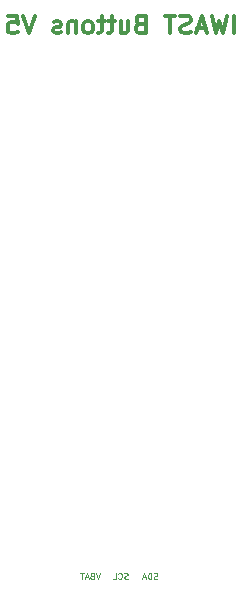
<source format=gbo>
G04 #@! TF.GenerationSoftware,KiCad,Pcbnew,(5.1.7)-1*
G04 #@! TF.CreationDate,2021-08-27T16:03:39+02:00*
G04 #@! TF.ProjectId,STEM,5354454d-2e6b-4696-9361-645f70636258,A*
G04 #@! TF.SameCoordinates,Original*
G04 #@! TF.FileFunction,Legend,Bot*
G04 #@! TF.FilePolarity,Positive*
%FSLAX46Y46*%
G04 Gerber Fmt 4.6, Leading zero omitted, Abs format (unit mm)*
G04 Created by KiCad (PCBNEW (5.1.7)-1) date 2021-08-27 16:03:39*
%MOMM*%
%LPD*%
G01*
G04 APERTURE LIST*
%ADD10C,0.300000*%
%ADD11C,0.125000*%
G04 APERTURE END LIST*
D10*
X132090714Y-90213571D02*
X132090714Y-88713571D01*
X131519285Y-88713571D02*
X131162142Y-90213571D01*
X130876428Y-89142142D01*
X130590714Y-90213571D01*
X130233571Y-88713571D01*
X129733571Y-89785000D02*
X129019285Y-89785000D01*
X129876428Y-90213571D02*
X129376428Y-88713571D01*
X128876428Y-90213571D01*
X128447857Y-90142142D02*
X128233571Y-90213571D01*
X127876428Y-90213571D01*
X127733571Y-90142142D01*
X127662142Y-90070714D01*
X127590714Y-89927857D01*
X127590714Y-89785000D01*
X127662142Y-89642142D01*
X127733571Y-89570714D01*
X127876428Y-89499285D01*
X128162142Y-89427857D01*
X128305000Y-89356428D01*
X128376428Y-89285000D01*
X128447857Y-89142142D01*
X128447857Y-88999285D01*
X128376428Y-88856428D01*
X128305000Y-88785000D01*
X128162142Y-88713571D01*
X127805000Y-88713571D01*
X127590714Y-88785000D01*
X127162142Y-88713571D02*
X126305000Y-88713571D01*
X126733571Y-90213571D02*
X126733571Y-88713571D01*
X124162142Y-89427857D02*
X123947857Y-89499285D01*
X123876428Y-89570714D01*
X123805000Y-89713571D01*
X123805000Y-89927857D01*
X123876428Y-90070714D01*
X123947857Y-90142142D01*
X124090714Y-90213571D01*
X124662142Y-90213571D01*
X124662142Y-88713571D01*
X124162142Y-88713571D01*
X124019285Y-88785000D01*
X123947857Y-88856428D01*
X123876428Y-88999285D01*
X123876428Y-89142142D01*
X123947857Y-89285000D01*
X124019285Y-89356428D01*
X124162142Y-89427857D01*
X124662142Y-89427857D01*
X122519285Y-89213571D02*
X122519285Y-90213571D01*
X123162142Y-89213571D02*
X123162142Y-89999285D01*
X123090714Y-90142142D01*
X122947857Y-90213571D01*
X122733571Y-90213571D01*
X122590714Y-90142142D01*
X122519285Y-90070714D01*
X122019285Y-89213571D02*
X121447857Y-89213571D01*
X121805000Y-88713571D02*
X121805000Y-89999285D01*
X121733571Y-90142142D01*
X121590714Y-90213571D01*
X121447857Y-90213571D01*
X121162142Y-89213571D02*
X120590714Y-89213571D01*
X120947857Y-88713571D02*
X120947857Y-89999285D01*
X120876428Y-90142142D01*
X120733571Y-90213571D01*
X120590714Y-90213571D01*
X119876428Y-90213571D02*
X120019285Y-90142142D01*
X120090714Y-90070714D01*
X120162142Y-89927857D01*
X120162142Y-89499285D01*
X120090714Y-89356428D01*
X120019285Y-89285000D01*
X119876428Y-89213571D01*
X119662142Y-89213571D01*
X119519285Y-89285000D01*
X119447857Y-89356428D01*
X119376428Y-89499285D01*
X119376428Y-89927857D01*
X119447857Y-90070714D01*
X119519285Y-90142142D01*
X119662142Y-90213571D01*
X119876428Y-90213571D01*
X118733571Y-89213571D02*
X118733571Y-90213571D01*
X118733571Y-89356428D02*
X118662142Y-89285000D01*
X118519285Y-89213571D01*
X118305000Y-89213571D01*
X118162142Y-89285000D01*
X118090714Y-89427857D01*
X118090714Y-90213571D01*
X117447857Y-90142142D02*
X117305000Y-90213571D01*
X117019285Y-90213571D01*
X116876428Y-90142142D01*
X116805000Y-89999285D01*
X116805000Y-89927857D01*
X116876428Y-89785000D01*
X117019285Y-89713571D01*
X117233571Y-89713571D01*
X117376428Y-89642142D01*
X117447857Y-89499285D01*
X117447857Y-89427857D01*
X117376428Y-89285000D01*
X117233571Y-89213571D01*
X117019285Y-89213571D01*
X116876428Y-89285000D01*
X115233571Y-88713571D02*
X114733571Y-90213571D01*
X114233571Y-88713571D01*
X113019285Y-88713571D02*
X113733571Y-88713571D01*
X113805000Y-89427857D01*
X113733571Y-89356428D01*
X113590714Y-89285000D01*
X113233571Y-89285000D01*
X113090714Y-89356428D01*
X113019285Y-89427857D01*
X112947857Y-89570714D01*
X112947857Y-89927857D01*
X113019285Y-90070714D01*
X113090714Y-90142142D01*
X113233571Y-90213571D01*
X113590714Y-90213571D01*
X113733571Y-90142142D01*
X113805000Y-90070714D01*
D11*
X120741428Y-135914190D02*
X120574761Y-136414190D01*
X120408095Y-135914190D01*
X120074761Y-136152285D02*
X120003333Y-136176095D01*
X119979523Y-136199904D01*
X119955714Y-136247523D01*
X119955714Y-136318952D01*
X119979523Y-136366571D01*
X120003333Y-136390380D01*
X120050952Y-136414190D01*
X120241428Y-136414190D01*
X120241428Y-135914190D01*
X120074761Y-135914190D01*
X120027142Y-135938000D01*
X120003333Y-135961809D01*
X119979523Y-136009428D01*
X119979523Y-136057047D01*
X120003333Y-136104666D01*
X120027142Y-136128476D01*
X120074761Y-136152285D01*
X120241428Y-136152285D01*
X119765238Y-136271333D02*
X119527142Y-136271333D01*
X119812857Y-136414190D02*
X119646190Y-135914190D01*
X119479523Y-136414190D01*
X119384285Y-135914190D02*
X119098571Y-135914190D01*
X119241428Y-136414190D02*
X119241428Y-135914190D01*
X125627142Y-136400380D02*
X125555714Y-136424190D01*
X125436666Y-136424190D01*
X125389047Y-136400380D01*
X125365238Y-136376571D01*
X125341428Y-136328952D01*
X125341428Y-136281333D01*
X125365238Y-136233714D01*
X125389047Y-136209904D01*
X125436666Y-136186095D01*
X125531904Y-136162285D01*
X125579523Y-136138476D01*
X125603333Y-136114666D01*
X125627142Y-136067047D01*
X125627142Y-136019428D01*
X125603333Y-135971809D01*
X125579523Y-135948000D01*
X125531904Y-135924190D01*
X125412857Y-135924190D01*
X125341428Y-135948000D01*
X125127142Y-136424190D02*
X125127142Y-135924190D01*
X125008095Y-135924190D01*
X124936666Y-135948000D01*
X124889047Y-135995619D01*
X124865238Y-136043238D01*
X124841428Y-136138476D01*
X124841428Y-136209904D01*
X124865238Y-136305142D01*
X124889047Y-136352761D01*
X124936666Y-136400380D01*
X125008095Y-136424190D01*
X125127142Y-136424190D01*
X124650952Y-136281333D02*
X124412857Y-136281333D01*
X124698571Y-136424190D02*
X124531904Y-135924190D01*
X124365238Y-136424190D01*
X123115238Y-136380380D02*
X123043809Y-136404190D01*
X122924761Y-136404190D01*
X122877142Y-136380380D01*
X122853333Y-136356571D01*
X122829523Y-136308952D01*
X122829523Y-136261333D01*
X122853333Y-136213714D01*
X122877142Y-136189904D01*
X122924761Y-136166095D01*
X123020000Y-136142285D01*
X123067619Y-136118476D01*
X123091428Y-136094666D01*
X123115238Y-136047047D01*
X123115238Y-135999428D01*
X123091428Y-135951809D01*
X123067619Y-135928000D01*
X123020000Y-135904190D01*
X122900952Y-135904190D01*
X122829523Y-135928000D01*
X122329523Y-136356571D02*
X122353333Y-136380380D01*
X122424761Y-136404190D01*
X122472380Y-136404190D01*
X122543809Y-136380380D01*
X122591428Y-136332761D01*
X122615238Y-136285142D01*
X122639047Y-136189904D01*
X122639047Y-136118476D01*
X122615238Y-136023238D01*
X122591428Y-135975619D01*
X122543809Y-135928000D01*
X122472380Y-135904190D01*
X122424761Y-135904190D01*
X122353333Y-135928000D01*
X122329523Y-135951809D01*
X121877142Y-136404190D02*
X122115238Y-136404190D01*
X122115238Y-135904190D01*
M02*

</source>
